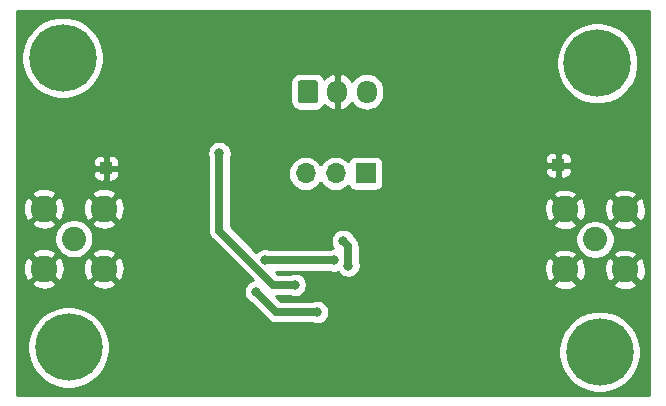
<source format=gbr>
G04 #@! TF.GenerationSoftware,KiCad,Pcbnew,(5.1.2)-2*
G04 #@! TF.CreationDate,2019-07-18T09:27:17+08:00*
G04 #@! TF.ProjectId,single_AM_eval_board,73696e67-6c65-45f4-914d-5f6576616c5f,rev?*
G04 #@! TF.SameCoordinates,Original*
G04 #@! TF.FileFunction,Copper,L2,Bot*
G04 #@! TF.FilePolarity,Positive*
%FSLAX46Y46*%
G04 Gerber Fmt 4.6, Leading zero omitted, Abs format (unit mm)*
G04 Created by KiCad (PCBNEW (5.1.2)-2) date 2019-07-18 09:27:17*
%MOMM*%
%LPD*%
G04 APERTURE LIST*
%ADD10C,5.700000*%
%ADD11R,1.000000X1.000000*%
%ADD12C,2.250000*%
%ADD13C,2.050000*%
%ADD14C,0.100000*%
%ADD15C,1.700000*%
%ADD16O,1.700000X1.950000*%
%ADD17R,1.700000X1.700000*%
%ADD18O,1.700000X1.700000*%
%ADD19C,0.800000*%
%ADD20C,0.635000*%
%ADD21C,0.254000*%
G04 APERTURE END LIST*
D10*
X145986500Y-150939500D03*
X145796000Y-126492000D03*
X101028500Y-150558500D03*
X100520500Y-126047500D03*
D11*
X142494000Y-135128000D03*
X104203500Y-135382000D03*
D12*
X98933000Y-143891000D03*
X98933000Y-138811000D03*
X104013000Y-138811000D03*
X104013000Y-143891000D03*
D13*
X101473000Y-141351000D03*
D14*
G36*
X121909504Y-127931204D02*
G01*
X121933773Y-127934804D01*
X121957571Y-127940765D01*
X121980671Y-127949030D01*
X122002849Y-127959520D01*
X122023893Y-127972133D01*
X122043598Y-127986747D01*
X122061777Y-128003223D01*
X122078253Y-128021402D01*
X122092867Y-128041107D01*
X122105480Y-128062151D01*
X122115970Y-128084329D01*
X122124235Y-128107429D01*
X122130196Y-128131227D01*
X122133796Y-128155496D01*
X122135000Y-128180000D01*
X122135000Y-129630000D01*
X122133796Y-129654504D01*
X122130196Y-129678773D01*
X122124235Y-129702571D01*
X122115970Y-129725671D01*
X122105480Y-129747849D01*
X122092867Y-129768893D01*
X122078253Y-129788598D01*
X122061777Y-129806777D01*
X122043598Y-129823253D01*
X122023893Y-129837867D01*
X122002849Y-129850480D01*
X121980671Y-129860970D01*
X121957571Y-129869235D01*
X121933773Y-129875196D01*
X121909504Y-129878796D01*
X121885000Y-129880000D01*
X120685000Y-129880000D01*
X120660496Y-129878796D01*
X120636227Y-129875196D01*
X120612429Y-129869235D01*
X120589329Y-129860970D01*
X120567151Y-129850480D01*
X120546107Y-129837867D01*
X120526402Y-129823253D01*
X120508223Y-129806777D01*
X120491747Y-129788598D01*
X120477133Y-129768893D01*
X120464520Y-129747849D01*
X120454030Y-129725671D01*
X120445765Y-129702571D01*
X120439804Y-129678773D01*
X120436204Y-129654504D01*
X120435000Y-129630000D01*
X120435000Y-128180000D01*
X120436204Y-128155496D01*
X120439804Y-128131227D01*
X120445765Y-128107429D01*
X120454030Y-128084329D01*
X120464520Y-128062151D01*
X120477133Y-128041107D01*
X120491747Y-128021402D01*
X120508223Y-128003223D01*
X120526402Y-127986747D01*
X120546107Y-127972133D01*
X120567151Y-127959520D01*
X120589329Y-127949030D01*
X120612429Y-127940765D01*
X120636227Y-127934804D01*
X120660496Y-127931204D01*
X120685000Y-127930000D01*
X121885000Y-127930000D01*
X121909504Y-127931204D01*
X121909504Y-127931204D01*
G37*
D15*
X121285000Y-128905000D03*
D16*
X123785000Y-128905000D03*
X126285000Y-128905000D03*
D13*
X145605500Y-141414500D03*
D12*
X148145500Y-143954500D03*
X148145500Y-138874500D03*
X143065500Y-138874500D03*
X143065500Y-143954500D03*
D17*
X126174500Y-135826500D03*
D18*
X123634500Y-135826500D03*
X121094500Y-135826500D03*
D19*
X123507500Y-143192500D03*
X117665500Y-143192500D03*
X106807000Y-123571000D03*
X110172500Y-123634500D03*
X114300000Y-123571000D03*
X118618000Y-123444000D03*
X122936000Y-123444000D03*
X127762000Y-123444000D03*
X118046500Y-131889500D03*
X119697500Y-131826000D03*
X121793000Y-131889500D03*
X124015500Y-131889500D03*
X126600000Y-131845000D03*
X118173500Y-133985000D03*
X119951500Y-133794500D03*
X121983500Y-133858000D03*
X124079000Y-133794500D03*
X126682500Y-133667500D03*
X129032000Y-135191500D03*
X129032000Y-136969500D03*
X128270000Y-138557000D03*
X131014500Y-137527000D03*
X131014500Y-135304500D03*
X132461000Y-135763000D03*
X132397500Y-137414000D03*
X136271000Y-131000500D03*
X139128500Y-130873500D03*
X142430500Y-130810000D03*
X135953500Y-133350000D03*
X136652000Y-135699500D03*
X136588500Y-137414000D03*
X136295750Y-139153250D03*
X140716000Y-138874500D03*
X138557000Y-140081000D03*
X137160000Y-141478000D03*
X136271000Y-143002000D03*
X106299000Y-152908000D03*
X111950500Y-152844500D03*
X117602000Y-152654000D03*
X122682000Y-152654000D03*
X129857500Y-152527000D03*
X127635000Y-146685000D03*
X129286000Y-146240500D03*
X131953000Y-145986500D03*
X135255000Y-146113500D03*
X138874500Y-146240500D03*
X140144500Y-144653000D03*
X127698500Y-148590000D03*
X124523500Y-149479000D03*
X123190000Y-149479000D03*
X106108500Y-139382500D03*
X108204000Y-139319000D03*
X108204000Y-137668000D03*
X108585000Y-136334500D03*
X108712000Y-134048500D03*
X109029500Y-129730500D03*
X109093000Y-131889500D03*
X116649500Y-137414000D03*
X117856000Y-138557000D03*
X119126000Y-139827000D03*
X120332500Y-138430000D03*
X119253000Y-137287000D03*
X117856000Y-135763000D03*
X108331000Y-143637000D03*
X108267500Y-145478500D03*
X107893500Y-148075000D03*
X106743500Y-143764000D03*
X135890000Y-152590500D03*
X141478000Y-152590500D03*
X113792000Y-134112000D03*
X120178541Y-145261041D03*
X116903500Y-145859500D03*
X122061500Y-147574000D03*
X124269500Y-141541500D03*
X124714000Y-143637000D03*
D20*
X123507500Y-143192500D02*
X117665500Y-143192500D01*
X118376139Y-145261041D02*
X120178541Y-145261041D01*
X113792000Y-134112000D02*
X113792000Y-140676902D01*
X113792000Y-140676902D02*
X118376139Y-145261041D01*
X116903500Y-145859500D02*
X118618000Y-147574000D01*
X118618000Y-147574000D02*
X122061500Y-147574000D01*
X124269500Y-141541500D02*
X124714000Y-141986000D01*
X124714000Y-141986000D02*
X124714000Y-143637000D01*
D21*
G36*
X150191000Y-154572500D02*
G01*
X96697000Y-154572500D01*
X96697000Y-150215258D01*
X97543500Y-150215258D01*
X97543500Y-150901742D01*
X97677427Y-151575037D01*
X97940133Y-152209266D01*
X98321524Y-152780058D01*
X98806942Y-153265476D01*
X99377734Y-153646867D01*
X100011963Y-153909573D01*
X100685258Y-154043500D01*
X101371742Y-154043500D01*
X102045037Y-153909573D01*
X102679266Y-153646867D01*
X103250058Y-153265476D01*
X103735476Y-152780058D01*
X104116867Y-152209266D01*
X104379573Y-151575037D01*
X104513500Y-150901742D01*
X104513500Y-150596258D01*
X142501500Y-150596258D01*
X142501500Y-151282742D01*
X142635427Y-151956037D01*
X142898133Y-152590266D01*
X143279524Y-153161058D01*
X143764942Y-153646476D01*
X144335734Y-154027867D01*
X144969963Y-154290573D01*
X145643258Y-154424500D01*
X146329742Y-154424500D01*
X147003037Y-154290573D01*
X147637266Y-154027867D01*
X148208058Y-153646476D01*
X148693476Y-153161058D01*
X149074867Y-152590266D01*
X149337573Y-151956037D01*
X149471500Y-151282742D01*
X149471500Y-150596258D01*
X149337573Y-149922963D01*
X149074867Y-149288734D01*
X148693476Y-148717942D01*
X148208058Y-148232524D01*
X147637266Y-147851133D01*
X147003037Y-147588427D01*
X146329742Y-147454500D01*
X145643258Y-147454500D01*
X144969963Y-147588427D01*
X144335734Y-147851133D01*
X143764942Y-148232524D01*
X143279524Y-148717942D01*
X142898133Y-149288734D01*
X142635427Y-149922963D01*
X142501500Y-150596258D01*
X104513500Y-150596258D01*
X104513500Y-150215258D01*
X104379573Y-149541963D01*
X104116867Y-148907734D01*
X103735476Y-148336942D01*
X103250058Y-147851524D01*
X102679266Y-147470133D01*
X102045037Y-147207427D01*
X101371742Y-147073500D01*
X100685258Y-147073500D01*
X100011963Y-147207427D01*
X99377734Y-147470133D01*
X98806942Y-147851524D01*
X98321524Y-148336942D01*
X97940133Y-148907734D01*
X97677427Y-149541963D01*
X97543500Y-150215258D01*
X96697000Y-150215258D01*
X96697000Y-145115531D01*
X97888074Y-145115531D01*
X97998921Y-145392714D01*
X98309840Y-145546089D01*
X98644705Y-145635860D01*
X98990650Y-145658576D01*
X99334380Y-145613366D01*
X99662685Y-145501966D01*
X99867079Y-145392714D01*
X99977926Y-145115531D01*
X102968074Y-145115531D01*
X103078921Y-145392714D01*
X103389840Y-145546089D01*
X103724705Y-145635860D01*
X104070650Y-145658576D01*
X104414380Y-145613366D01*
X104742685Y-145501966D01*
X104947079Y-145392714D01*
X105057926Y-145115531D01*
X104013000Y-144070605D01*
X102968074Y-145115531D01*
X99977926Y-145115531D01*
X98933000Y-144070605D01*
X97888074Y-145115531D01*
X96697000Y-145115531D01*
X96697000Y-143948650D01*
X97165424Y-143948650D01*
X97210634Y-144292380D01*
X97322034Y-144620685D01*
X97431286Y-144825079D01*
X97708469Y-144935926D01*
X98753395Y-143891000D01*
X99112605Y-143891000D01*
X100157531Y-144935926D01*
X100434714Y-144825079D01*
X100588089Y-144514160D01*
X100677860Y-144179295D01*
X100693004Y-143948650D01*
X102245424Y-143948650D01*
X102290634Y-144292380D01*
X102402034Y-144620685D01*
X102511286Y-144825079D01*
X102788469Y-144935926D01*
X103833395Y-143891000D01*
X104192605Y-143891000D01*
X105237531Y-144935926D01*
X105514714Y-144825079D01*
X105668089Y-144514160D01*
X105757860Y-144179295D01*
X105780576Y-143833350D01*
X105735366Y-143489620D01*
X105623966Y-143161315D01*
X105514714Y-142956921D01*
X105237531Y-142846074D01*
X104192605Y-143891000D01*
X103833395Y-143891000D01*
X102788469Y-142846074D01*
X102511286Y-142956921D01*
X102357911Y-143267840D01*
X102268140Y-143602705D01*
X102245424Y-143948650D01*
X100693004Y-143948650D01*
X100700576Y-143833350D01*
X100655366Y-143489620D01*
X100543966Y-143161315D01*
X100434714Y-142956921D01*
X100157531Y-142846074D01*
X99112605Y-143891000D01*
X98753395Y-143891000D01*
X97708469Y-142846074D01*
X97431286Y-142956921D01*
X97277911Y-143267840D01*
X97188140Y-143602705D01*
X97165424Y-143948650D01*
X96697000Y-143948650D01*
X96697000Y-142666469D01*
X97888074Y-142666469D01*
X98933000Y-143711395D01*
X99977926Y-142666469D01*
X99867079Y-142389286D01*
X99556160Y-142235911D01*
X99221295Y-142146140D01*
X98875350Y-142123424D01*
X98531620Y-142168634D01*
X98203315Y-142280034D01*
X97998921Y-142389286D01*
X97888074Y-142666469D01*
X96697000Y-142666469D01*
X96697000Y-141187504D01*
X99813000Y-141187504D01*
X99813000Y-141514496D01*
X99876793Y-141835204D01*
X100001927Y-142137305D01*
X100183594Y-142409188D01*
X100414812Y-142640406D01*
X100686695Y-142822073D01*
X100988796Y-142947207D01*
X101309504Y-143011000D01*
X101636496Y-143011000D01*
X101957204Y-142947207D01*
X102259305Y-142822073D01*
X102492182Y-142666469D01*
X102968074Y-142666469D01*
X104013000Y-143711395D01*
X105057926Y-142666469D01*
X104947079Y-142389286D01*
X104636160Y-142235911D01*
X104301295Y-142146140D01*
X103955350Y-142123424D01*
X103611620Y-142168634D01*
X103283315Y-142280034D01*
X103078921Y-142389286D01*
X102968074Y-142666469D01*
X102492182Y-142666469D01*
X102531188Y-142640406D01*
X102762406Y-142409188D01*
X102944073Y-142137305D01*
X103069207Y-141835204D01*
X103133000Y-141514496D01*
X103133000Y-141187504D01*
X103069207Y-140866796D01*
X102944073Y-140564695D01*
X102762406Y-140292812D01*
X102531188Y-140061594D01*
X102492183Y-140035531D01*
X102968074Y-140035531D01*
X103078921Y-140312714D01*
X103389840Y-140466089D01*
X103724705Y-140555860D01*
X104070650Y-140578576D01*
X104414380Y-140533366D01*
X104742685Y-140421966D01*
X104947079Y-140312714D01*
X105057926Y-140035531D01*
X104013000Y-138990605D01*
X102968074Y-140035531D01*
X102492183Y-140035531D01*
X102259305Y-139879927D01*
X101957204Y-139754793D01*
X101636496Y-139691000D01*
X101309504Y-139691000D01*
X100988796Y-139754793D01*
X100686695Y-139879927D01*
X100414812Y-140061594D01*
X100183594Y-140292812D01*
X100001927Y-140564695D01*
X99876793Y-140866796D01*
X99813000Y-141187504D01*
X96697000Y-141187504D01*
X96697000Y-140035531D01*
X97888074Y-140035531D01*
X97998921Y-140312714D01*
X98309840Y-140466089D01*
X98644705Y-140555860D01*
X98990650Y-140578576D01*
X99334380Y-140533366D01*
X99662685Y-140421966D01*
X99867079Y-140312714D01*
X99977926Y-140035531D01*
X98933000Y-138990605D01*
X97888074Y-140035531D01*
X96697000Y-140035531D01*
X96697000Y-138868650D01*
X97165424Y-138868650D01*
X97210634Y-139212380D01*
X97322034Y-139540685D01*
X97431286Y-139745079D01*
X97708469Y-139855926D01*
X98753395Y-138811000D01*
X99112605Y-138811000D01*
X100157531Y-139855926D01*
X100434714Y-139745079D01*
X100588089Y-139434160D01*
X100677860Y-139099295D01*
X100693004Y-138868650D01*
X102245424Y-138868650D01*
X102290634Y-139212380D01*
X102402034Y-139540685D01*
X102511286Y-139745079D01*
X102788469Y-139855926D01*
X103833395Y-138811000D01*
X104192605Y-138811000D01*
X105237531Y-139855926D01*
X105514714Y-139745079D01*
X105668089Y-139434160D01*
X105757860Y-139099295D01*
X105780576Y-138753350D01*
X105735366Y-138409620D01*
X105623966Y-138081315D01*
X105514714Y-137876921D01*
X105237531Y-137766074D01*
X104192605Y-138811000D01*
X103833395Y-138811000D01*
X102788469Y-137766074D01*
X102511286Y-137876921D01*
X102357911Y-138187840D01*
X102268140Y-138522705D01*
X102245424Y-138868650D01*
X100693004Y-138868650D01*
X100700576Y-138753350D01*
X100655366Y-138409620D01*
X100543966Y-138081315D01*
X100434714Y-137876921D01*
X100157531Y-137766074D01*
X99112605Y-138811000D01*
X98753395Y-138811000D01*
X97708469Y-137766074D01*
X97431286Y-137876921D01*
X97277911Y-138187840D01*
X97188140Y-138522705D01*
X97165424Y-138868650D01*
X96697000Y-138868650D01*
X96697000Y-137586469D01*
X97888074Y-137586469D01*
X98933000Y-138631395D01*
X99977926Y-137586469D01*
X102968074Y-137586469D01*
X104013000Y-138631395D01*
X105057926Y-137586469D01*
X104947079Y-137309286D01*
X104636160Y-137155911D01*
X104301295Y-137066140D01*
X103955350Y-137043424D01*
X103611620Y-137088634D01*
X103283315Y-137200034D01*
X103078921Y-137309286D01*
X102968074Y-137586469D01*
X99977926Y-137586469D01*
X99867079Y-137309286D01*
X99556160Y-137155911D01*
X99221295Y-137066140D01*
X98875350Y-137043424D01*
X98531620Y-137088634D01*
X98203315Y-137200034D01*
X97998921Y-137309286D01*
X97888074Y-137586469D01*
X96697000Y-137586469D01*
X96697000Y-135882000D01*
X103065428Y-135882000D01*
X103077688Y-136006482D01*
X103113998Y-136126180D01*
X103172963Y-136236494D01*
X103252315Y-136333185D01*
X103349006Y-136412537D01*
X103459320Y-136471502D01*
X103579018Y-136507812D01*
X103703500Y-136520072D01*
X103917750Y-136517000D01*
X104076500Y-136358250D01*
X104076500Y-135509000D01*
X104330500Y-135509000D01*
X104330500Y-136358250D01*
X104489250Y-136517000D01*
X104703500Y-136520072D01*
X104827982Y-136507812D01*
X104947680Y-136471502D01*
X105057994Y-136412537D01*
X105154685Y-136333185D01*
X105234037Y-136236494D01*
X105293002Y-136126180D01*
X105329312Y-136006482D01*
X105341572Y-135882000D01*
X105338500Y-135667750D01*
X105179750Y-135509000D01*
X104330500Y-135509000D01*
X104076500Y-135509000D01*
X103227250Y-135509000D01*
X103068500Y-135667750D01*
X103065428Y-135882000D01*
X96697000Y-135882000D01*
X96697000Y-134882000D01*
X103065428Y-134882000D01*
X103068500Y-135096250D01*
X103227250Y-135255000D01*
X104076500Y-135255000D01*
X104076500Y-134405750D01*
X104330500Y-134405750D01*
X104330500Y-135255000D01*
X105179750Y-135255000D01*
X105338500Y-135096250D01*
X105341572Y-134882000D01*
X105329312Y-134757518D01*
X105293002Y-134637820D01*
X105234037Y-134527506D01*
X105154685Y-134430815D01*
X105057994Y-134351463D01*
X104947680Y-134292498D01*
X104827982Y-134256188D01*
X104703500Y-134243928D01*
X104489250Y-134247000D01*
X104330500Y-134405750D01*
X104076500Y-134405750D01*
X103917750Y-134247000D01*
X103703500Y-134243928D01*
X103579018Y-134256188D01*
X103459320Y-134292498D01*
X103349006Y-134351463D01*
X103252315Y-134430815D01*
X103172963Y-134527506D01*
X103113998Y-134637820D01*
X103077688Y-134757518D01*
X103065428Y-134882000D01*
X96697000Y-134882000D01*
X96697000Y-134010061D01*
X112757000Y-134010061D01*
X112757000Y-134213939D01*
X112796774Y-134413898D01*
X112839500Y-134517047D01*
X112839501Y-140630107D01*
X112834892Y-140676902D01*
X112853283Y-140863624D01*
X112907749Y-141043171D01*
X112996194Y-141208642D01*
X113055580Y-141281004D01*
X113115223Y-141353680D01*
X113151565Y-141383505D01*
X116627235Y-144859175D01*
X116601602Y-144864274D01*
X116413244Y-144942295D01*
X116243726Y-145055563D01*
X116099563Y-145199726D01*
X115986295Y-145369244D01*
X115908274Y-145557602D01*
X115868500Y-145757561D01*
X115868500Y-145961439D01*
X115908274Y-146161398D01*
X115986295Y-146349756D01*
X116099563Y-146519274D01*
X116243726Y-146663437D01*
X116413244Y-146776705D01*
X116516393Y-146819431D01*
X117911397Y-148214436D01*
X117941222Y-148250778D01*
X118086259Y-148369806D01*
X118251731Y-148458252D01*
X118431277Y-148512717D01*
X118617999Y-148531108D01*
X118664784Y-148526500D01*
X121656453Y-148526500D01*
X121759602Y-148569226D01*
X121959561Y-148609000D01*
X122163439Y-148609000D01*
X122363398Y-148569226D01*
X122551756Y-148491205D01*
X122721274Y-148377937D01*
X122865437Y-148233774D01*
X122978705Y-148064256D01*
X123056726Y-147875898D01*
X123096500Y-147675939D01*
X123096500Y-147472061D01*
X123056726Y-147272102D01*
X122978705Y-147083744D01*
X122865437Y-146914226D01*
X122721274Y-146770063D01*
X122551756Y-146656795D01*
X122363398Y-146578774D01*
X122163439Y-146539000D01*
X121959561Y-146539000D01*
X121759602Y-146578774D01*
X121656453Y-146621500D01*
X119012539Y-146621500D01*
X118604580Y-146213541D01*
X119773494Y-146213541D01*
X119876643Y-146256267D01*
X120076602Y-146296041D01*
X120280480Y-146296041D01*
X120480439Y-146256267D01*
X120668797Y-146178246D01*
X120838315Y-146064978D01*
X120982478Y-145920815D01*
X121095746Y-145751297D01*
X121173767Y-145562939D01*
X121213541Y-145362980D01*
X121213541Y-145179031D01*
X142020574Y-145179031D01*
X142131421Y-145456214D01*
X142442340Y-145609589D01*
X142777205Y-145699360D01*
X143123150Y-145722076D01*
X143466880Y-145676866D01*
X143795185Y-145565466D01*
X143999579Y-145456214D01*
X144110426Y-145179031D01*
X147100574Y-145179031D01*
X147211421Y-145456214D01*
X147522340Y-145609589D01*
X147857205Y-145699360D01*
X148203150Y-145722076D01*
X148546880Y-145676866D01*
X148875185Y-145565466D01*
X149079579Y-145456214D01*
X149190426Y-145179031D01*
X148145500Y-144134105D01*
X147100574Y-145179031D01*
X144110426Y-145179031D01*
X143065500Y-144134105D01*
X142020574Y-145179031D01*
X121213541Y-145179031D01*
X121213541Y-145159102D01*
X121173767Y-144959143D01*
X121095746Y-144770785D01*
X120982478Y-144601267D01*
X120838315Y-144457104D01*
X120668797Y-144343836D01*
X120480439Y-144265815D01*
X120280480Y-144226041D01*
X120076602Y-144226041D01*
X119876643Y-144265815D01*
X119773494Y-144308541D01*
X118770677Y-144308541D01*
X118607136Y-144145000D01*
X123102453Y-144145000D01*
X123205602Y-144187726D01*
X123405561Y-144227500D01*
X123609439Y-144227500D01*
X123809398Y-144187726D01*
X123831173Y-144178706D01*
X123910063Y-144296774D01*
X124054226Y-144440937D01*
X124223744Y-144554205D01*
X124412102Y-144632226D01*
X124612061Y-144672000D01*
X124815939Y-144672000D01*
X125015898Y-144632226D01*
X125204256Y-144554205D01*
X125373774Y-144440937D01*
X125517937Y-144296774D01*
X125631205Y-144127256D01*
X125678883Y-144012150D01*
X141297924Y-144012150D01*
X141343134Y-144355880D01*
X141454534Y-144684185D01*
X141563786Y-144888579D01*
X141840969Y-144999426D01*
X142885895Y-143954500D01*
X143245105Y-143954500D01*
X144290031Y-144999426D01*
X144567214Y-144888579D01*
X144720589Y-144577660D01*
X144810360Y-144242795D01*
X144825504Y-144012150D01*
X146377924Y-144012150D01*
X146423134Y-144355880D01*
X146534534Y-144684185D01*
X146643786Y-144888579D01*
X146920969Y-144999426D01*
X147965895Y-143954500D01*
X148325105Y-143954500D01*
X149370031Y-144999426D01*
X149647214Y-144888579D01*
X149800589Y-144577660D01*
X149890360Y-144242795D01*
X149913076Y-143896850D01*
X149867866Y-143553120D01*
X149756466Y-143224815D01*
X149647214Y-143020421D01*
X149370031Y-142909574D01*
X148325105Y-143954500D01*
X147965895Y-143954500D01*
X146920969Y-142909574D01*
X146643786Y-143020421D01*
X146490411Y-143331340D01*
X146400640Y-143666205D01*
X146377924Y-144012150D01*
X144825504Y-144012150D01*
X144833076Y-143896850D01*
X144787866Y-143553120D01*
X144676466Y-143224815D01*
X144567214Y-143020421D01*
X144290031Y-142909574D01*
X143245105Y-143954500D01*
X142885895Y-143954500D01*
X141840969Y-142909574D01*
X141563786Y-143020421D01*
X141410411Y-143331340D01*
X141320640Y-143666205D01*
X141297924Y-144012150D01*
X125678883Y-144012150D01*
X125709226Y-143938898D01*
X125749000Y-143738939D01*
X125749000Y-143535061D01*
X125709226Y-143335102D01*
X125666500Y-143231953D01*
X125666500Y-142729969D01*
X142020574Y-142729969D01*
X143065500Y-143774895D01*
X144110426Y-142729969D01*
X143999579Y-142452786D01*
X143688660Y-142299411D01*
X143353795Y-142209640D01*
X143007850Y-142186924D01*
X142664120Y-142232134D01*
X142335815Y-142343534D01*
X142131421Y-142452786D01*
X142020574Y-142729969D01*
X125666500Y-142729969D01*
X125666500Y-142032785D01*
X125671108Y-141986000D01*
X125652717Y-141799277D01*
X125598252Y-141619731D01*
X125509806Y-141454259D01*
X125390778Y-141309222D01*
X125354431Y-141279393D01*
X125326042Y-141251004D01*
X143945500Y-141251004D01*
X143945500Y-141577996D01*
X144009293Y-141898704D01*
X144134427Y-142200805D01*
X144316094Y-142472688D01*
X144547312Y-142703906D01*
X144819195Y-142885573D01*
X145121296Y-143010707D01*
X145442004Y-143074500D01*
X145768996Y-143074500D01*
X146089704Y-143010707D01*
X146391805Y-142885573D01*
X146624682Y-142729969D01*
X147100574Y-142729969D01*
X148145500Y-143774895D01*
X149190426Y-142729969D01*
X149079579Y-142452786D01*
X148768660Y-142299411D01*
X148433795Y-142209640D01*
X148087850Y-142186924D01*
X147744120Y-142232134D01*
X147415815Y-142343534D01*
X147211421Y-142452786D01*
X147100574Y-142729969D01*
X146624682Y-142729969D01*
X146663688Y-142703906D01*
X146894906Y-142472688D01*
X147076573Y-142200805D01*
X147201707Y-141898704D01*
X147265500Y-141577996D01*
X147265500Y-141251004D01*
X147201707Y-140930296D01*
X147076573Y-140628195D01*
X146894906Y-140356312D01*
X146663688Y-140125094D01*
X146624683Y-140099031D01*
X147100574Y-140099031D01*
X147211421Y-140376214D01*
X147522340Y-140529589D01*
X147857205Y-140619360D01*
X148203150Y-140642076D01*
X148546880Y-140596866D01*
X148875185Y-140485466D01*
X149079579Y-140376214D01*
X149190426Y-140099031D01*
X148145500Y-139054105D01*
X147100574Y-140099031D01*
X146624683Y-140099031D01*
X146391805Y-139943427D01*
X146089704Y-139818293D01*
X145768996Y-139754500D01*
X145442004Y-139754500D01*
X145121296Y-139818293D01*
X144819195Y-139943427D01*
X144547312Y-140125094D01*
X144316094Y-140356312D01*
X144134427Y-140628195D01*
X144009293Y-140930296D01*
X143945500Y-141251004D01*
X125326042Y-141251004D01*
X125229431Y-141154393D01*
X125186705Y-141051244D01*
X125073437Y-140881726D01*
X124929274Y-140737563D01*
X124759756Y-140624295D01*
X124571398Y-140546274D01*
X124371439Y-140506500D01*
X124167561Y-140506500D01*
X123967602Y-140546274D01*
X123779244Y-140624295D01*
X123609726Y-140737563D01*
X123465563Y-140881726D01*
X123352295Y-141051244D01*
X123274274Y-141239602D01*
X123234500Y-141439561D01*
X123234500Y-141643439D01*
X123274274Y-141843398D01*
X123352295Y-142031756D01*
X123436314Y-142157500D01*
X123405561Y-142157500D01*
X123205602Y-142197274D01*
X123102453Y-142240000D01*
X118070547Y-142240000D01*
X117967398Y-142197274D01*
X117767439Y-142157500D01*
X117563561Y-142157500D01*
X117363602Y-142197274D01*
X117175244Y-142275295D01*
X117005726Y-142388563D01*
X116928213Y-142466077D01*
X114744500Y-140282364D01*
X114744500Y-140099031D01*
X142020574Y-140099031D01*
X142131421Y-140376214D01*
X142442340Y-140529589D01*
X142777205Y-140619360D01*
X143123150Y-140642076D01*
X143466880Y-140596866D01*
X143795185Y-140485466D01*
X143999579Y-140376214D01*
X144110426Y-140099031D01*
X143065500Y-139054105D01*
X142020574Y-140099031D01*
X114744500Y-140099031D01*
X114744500Y-138932150D01*
X141297924Y-138932150D01*
X141343134Y-139275880D01*
X141454534Y-139604185D01*
X141563786Y-139808579D01*
X141840969Y-139919426D01*
X142885895Y-138874500D01*
X143245105Y-138874500D01*
X144290031Y-139919426D01*
X144567214Y-139808579D01*
X144720589Y-139497660D01*
X144810360Y-139162795D01*
X144825504Y-138932150D01*
X146377924Y-138932150D01*
X146423134Y-139275880D01*
X146534534Y-139604185D01*
X146643786Y-139808579D01*
X146920969Y-139919426D01*
X147965895Y-138874500D01*
X148325105Y-138874500D01*
X149370031Y-139919426D01*
X149647214Y-139808579D01*
X149800589Y-139497660D01*
X149890360Y-139162795D01*
X149913076Y-138816850D01*
X149867866Y-138473120D01*
X149756466Y-138144815D01*
X149647214Y-137940421D01*
X149370031Y-137829574D01*
X148325105Y-138874500D01*
X147965895Y-138874500D01*
X146920969Y-137829574D01*
X146643786Y-137940421D01*
X146490411Y-138251340D01*
X146400640Y-138586205D01*
X146377924Y-138932150D01*
X144825504Y-138932150D01*
X144833076Y-138816850D01*
X144787866Y-138473120D01*
X144676466Y-138144815D01*
X144567214Y-137940421D01*
X144290031Y-137829574D01*
X143245105Y-138874500D01*
X142885895Y-138874500D01*
X141840969Y-137829574D01*
X141563786Y-137940421D01*
X141410411Y-138251340D01*
X141320640Y-138586205D01*
X141297924Y-138932150D01*
X114744500Y-138932150D01*
X114744500Y-137649969D01*
X142020574Y-137649969D01*
X143065500Y-138694895D01*
X144110426Y-137649969D01*
X147100574Y-137649969D01*
X148145500Y-138694895D01*
X149190426Y-137649969D01*
X149079579Y-137372786D01*
X148768660Y-137219411D01*
X148433795Y-137129640D01*
X148087850Y-137106924D01*
X147744120Y-137152134D01*
X147415815Y-137263534D01*
X147211421Y-137372786D01*
X147100574Y-137649969D01*
X144110426Y-137649969D01*
X143999579Y-137372786D01*
X143688660Y-137219411D01*
X143353795Y-137129640D01*
X143007850Y-137106924D01*
X142664120Y-137152134D01*
X142335815Y-137263534D01*
X142131421Y-137372786D01*
X142020574Y-137649969D01*
X114744500Y-137649969D01*
X114744500Y-135826500D01*
X119602315Y-135826500D01*
X119630987Y-136117611D01*
X119715901Y-136397534D01*
X119853794Y-136655514D01*
X120039366Y-136881634D01*
X120265486Y-137067206D01*
X120523466Y-137205099D01*
X120803389Y-137290013D01*
X121021550Y-137311500D01*
X121167450Y-137311500D01*
X121385611Y-137290013D01*
X121665534Y-137205099D01*
X121923514Y-137067206D01*
X122149634Y-136881634D01*
X122335206Y-136655514D01*
X122364500Y-136600709D01*
X122393794Y-136655514D01*
X122579366Y-136881634D01*
X122805486Y-137067206D01*
X123063466Y-137205099D01*
X123343389Y-137290013D01*
X123561550Y-137311500D01*
X123707450Y-137311500D01*
X123925611Y-137290013D01*
X124205534Y-137205099D01*
X124463514Y-137067206D01*
X124689634Y-136881634D01*
X124714107Y-136851813D01*
X124734998Y-136920680D01*
X124793963Y-137030994D01*
X124873315Y-137127685D01*
X124970006Y-137207037D01*
X125080320Y-137266002D01*
X125200018Y-137302312D01*
X125324500Y-137314572D01*
X127024500Y-137314572D01*
X127148982Y-137302312D01*
X127268680Y-137266002D01*
X127378994Y-137207037D01*
X127475685Y-137127685D01*
X127555037Y-137030994D01*
X127614002Y-136920680D01*
X127650312Y-136800982D01*
X127662572Y-136676500D01*
X127662572Y-135628000D01*
X141355928Y-135628000D01*
X141368188Y-135752482D01*
X141404498Y-135872180D01*
X141463463Y-135982494D01*
X141542815Y-136079185D01*
X141639506Y-136158537D01*
X141749820Y-136217502D01*
X141869518Y-136253812D01*
X141994000Y-136266072D01*
X142208250Y-136263000D01*
X142367000Y-136104250D01*
X142367000Y-135255000D01*
X142621000Y-135255000D01*
X142621000Y-136104250D01*
X142779750Y-136263000D01*
X142994000Y-136266072D01*
X143118482Y-136253812D01*
X143238180Y-136217502D01*
X143348494Y-136158537D01*
X143445185Y-136079185D01*
X143524537Y-135982494D01*
X143583502Y-135872180D01*
X143619812Y-135752482D01*
X143632072Y-135628000D01*
X143629000Y-135413750D01*
X143470250Y-135255000D01*
X142621000Y-135255000D01*
X142367000Y-135255000D01*
X141517750Y-135255000D01*
X141359000Y-135413750D01*
X141355928Y-135628000D01*
X127662572Y-135628000D01*
X127662572Y-134976500D01*
X127650312Y-134852018D01*
X127614002Y-134732320D01*
X127558241Y-134628000D01*
X141355928Y-134628000D01*
X141359000Y-134842250D01*
X141517750Y-135001000D01*
X142367000Y-135001000D01*
X142367000Y-134151750D01*
X142621000Y-134151750D01*
X142621000Y-135001000D01*
X143470250Y-135001000D01*
X143629000Y-134842250D01*
X143632072Y-134628000D01*
X143619812Y-134503518D01*
X143583502Y-134383820D01*
X143524537Y-134273506D01*
X143445185Y-134176815D01*
X143348494Y-134097463D01*
X143238180Y-134038498D01*
X143118482Y-134002188D01*
X142994000Y-133989928D01*
X142779750Y-133993000D01*
X142621000Y-134151750D01*
X142367000Y-134151750D01*
X142208250Y-133993000D01*
X141994000Y-133989928D01*
X141869518Y-134002188D01*
X141749820Y-134038498D01*
X141639506Y-134097463D01*
X141542815Y-134176815D01*
X141463463Y-134273506D01*
X141404498Y-134383820D01*
X141368188Y-134503518D01*
X141355928Y-134628000D01*
X127558241Y-134628000D01*
X127555037Y-134622006D01*
X127475685Y-134525315D01*
X127378994Y-134445963D01*
X127268680Y-134386998D01*
X127148982Y-134350688D01*
X127024500Y-134338428D01*
X125324500Y-134338428D01*
X125200018Y-134350688D01*
X125080320Y-134386998D01*
X124970006Y-134445963D01*
X124873315Y-134525315D01*
X124793963Y-134622006D01*
X124734998Y-134732320D01*
X124714107Y-134801187D01*
X124689634Y-134771366D01*
X124463514Y-134585794D01*
X124205534Y-134447901D01*
X123925611Y-134362987D01*
X123707450Y-134341500D01*
X123561550Y-134341500D01*
X123343389Y-134362987D01*
X123063466Y-134447901D01*
X122805486Y-134585794D01*
X122579366Y-134771366D01*
X122393794Y-134997486D01*
X122364500Y-135052291D01*
X122335206Y-134997486D01*
X122149634Y-134771366D01*
X121923514Y-134585794D01*
X121665534Y-134447901D01*
X121385611Y-134362987D01*
X121167450Y-134341500D01*
X121021550Y-134341500D01*
X120803389Y-134362987D01*
X120523466Y-134447901D01*
X120265486Y-134585794D01*
X120039366Y-134771366D01*
X119853794Y-134997486D01*
X119715901Y-135255466D01*
X119630987Y-135535389D01*
X119602315Y-135826500D01*
X114744500Y-135826500D01*
X114744500Y-134517047D01*
X114787226Y-134413898D01*
X114827000Y-134213939D01*
X114827000Y-134010061D01*
X114787226Y-133810102D01*
X114709205Y-133621744D01*
X114595937Y-133452226D01*
X114451774Y-133308063D01*
X114282256Y-133194795D01*
X114093898Y-133116774D01*
X113893939Y-133077000D01*
X113690061Y-133077000D01*
X113490102Y-133116774D01*
X113301744Y-133194795D01*
X113132226Y-133308063D01*
X112988063Y-133452226D01*
X112874795Y-133621744D01*
X112796774Y-133810102D01*
X112757000Y-134010061D01*
X96697000Y-134010061D01*
X96697000Y-125704258D01*
X97035500Y-125704258D01*
X97035500Y-126390742D01*
X97169427Y-127064037D01*
X97432133Y-127698266D01*
X97813524Y-128269058D01*
X98298942Y-128754476D01*
X98869734Y-129135867D01*
X99503963Y-129398573D01*
X100177258Y-129532500D01*
X100863742Y-129532500D01*
X101537037Y-129398573D01*
X102171266Y-129135867D01*
X102742058Y-128754476D01*
X103227476Y-128269058D01*
X103286982Y-128180000D01*
X119796928Y-128180000D01*
X119796928Y-129630000D01*
X119813992Y-129803254D01*
X119864528Y-129969850D01*
X119946595Y-130123386D01*
X120057038Y-130257962D01*
X120191614Y-130368405D01*
X120345150Y-130450472D01*
X120511746Y-130501008D01*
X120685000Y-130518072D01*
X121885000Y-130518072D01*
X122058254Y-130501008D01*
X122224850Y-130450472D01*
X122378386Y-130368405D01*
X122512962Y-130257962D01*
X122623405Y-130123386D01*
X122679714Y-130018039D01*
X122695951Y-130039429D01*
X122913807Y-130232496D01*
X123165142Y-130379352D01*
X123428110Y-130471476D01*
X123658000Y-130350155D01*
X123658000Y-129032000D01*
X123638000Y-129032000D01*
X123638000Y-128778000D01*
X123658000Y-128778000D01*
X123658000Y-127459845D01*
X123912000Y-127459845D01*
X123912000Y-128778000D01*
X123932000Y-128778000D01*
X123932000Y-129032000D01*
X123912000Y-129032000D01*
X123912000Y-130350155D01*
X124141890Y-130471476D01*
X124404858Y-130379352D01*
X124656193Y-130232496D01*
X124874049Y-130039429D01*
X125030538Y-129833278D01*
X125044294Y-129859014D01*
X125229866Y-130085134D01*
X125455987Y-130270706D01*
X125713967Y-130408599D01*
X125993890Y-130493513D01*
X126285000Y-130522185D01*
X126576111Y-130493513D01*
X126856034Y-130408599D01*
X127114014Y-130270706D01*
X127340134Y-130085134D01*
X127525706Y-129859014D01*
X127663599Y-129601033D01*
X127748513Y-129321110D01*
X127770000Y-129102949D01*
X127770000Y-128707050D01*
X127748513Y-128488889D01*
X127663599Y-128208966D01*
X127525706Y-127950986D01*
X127340134Y-127724866D01*
X127114013Y-127539294D01*
X126856033Y-127401401D01*
X126576110Y-127316487D01*
X126285000Y-127287815D01*
X125993889Y-127316487D01*
X125713966Y-127401401D01*
X125455986Y-127539294D01*
X125229866Y-127724866D01*
X125044294Y-127950987D01*
X125030538Y-127976722D01*
X124874049Y-127770571D01*
X124656193Y-127577504D01*
X124404858Y-127430648D01*
X124141890Y-127338524D01*
X123912000Y-127459845D01*
X123658000Y-127459845D01*
X123428110Y-127338524D01*
X123165142Y-127430648D01*
X122913807Y-127577504D01*
X122695951Y-127770571D01*
X122679714Y-127791961D01*
X122623405Y-127686614D01*
X122512962Y-127552038D01*
X122378386Y-127441595D01*
X122224850Y-127359528D01*
X122058254Y-127308992D01*
X121885000Y-127291928D01*
X120685000Y-127291928D01*
X120511746Y-127308992D01*
X120345150Y-127359528D01*
X120191614Y-127441595D01*
X120057038Y-127552038D01*
X119946595Y-127686614D01*
X119864528Y-127840150D01*
X119813992Y-128006746D01*
X119796928Y-128180000D01*
X103286982Y-128180000D01*
X103608867Y-127698266D01*
X103871573Y-127064037D01*
X104005500Y-126390742D01*
X104005500Y-126148758D01*
X142311000Y-126148758D01*
X142311000Y-126835242D01*
X142444927Y-127508537D01*
X142707633Y-128142766D01*
X143089024Y-128713558D01*
X143574442Y-129198976D01*
X144145234Y-129580367D01*
X144779463Y-129843073D01*
X145452758Y-129977000D01*
X146139242Y-129977000D01*
X146812537Y-129843073D01*
X147446766Y-129580367D01*
X148017558Y-129198976D01*
X148502976Y-128713558D01*
X148884367Y-128142766D01*
X149147073Y-127508537D01*
X149281000Y-126835242D01*
X149281000Y-126148758D01*
X149147073Y-125475463D01*
X148884367Y-124841234D01*
X148502976Y-124270442D01*
X148017558Y-123785024D01*
X147446766Y-123403633D01*
X146812537Y-123140927D01*
X146139242Y-123007000D01*
X145452758Y-123007000D01*
X144779463Y-123140927D01*
X144145234Y-123403633D01*
X143574442Y-123785024D01*
X143089024Y-124270442D01*
X142707633Y-124841234D01*
X142444927Y-125475463D01*
X142311000Y-126148758D01*
X104005500Y-126148758D01*
X104005500Y-125704258D01*
X103871573Y-125030963D01*
X103608867Y-124396734D01*
X103227476Y-123825942D01*
X102742058Y-123340524D01*
X102171266Y-122959133D01*
X101537037Y-122696427D01*
X100863742Y-122562500D01*
X100177258Y-122562500D01*
X99503963Y-122696427D01*
X98869734Y-122959133D01*
X98298942Y-123340524D01*
X97813524Y-123825942D01*
X97432133Y-124396734D01*
X97169427Y-125030963D01*
X97035500Y-125704258D01*
X96697000Y-125704258D01*
X96697000Y-122097000D01*
X150191001Y-122097000D01*
X150191000Y-154572500D01*
X150191000Y-154572500D01*
G37*
X150191000Y-154572500D02*
X96697000Y-154572500D01*
X96697000Y-150215258D01*
X97543500Y-150215258D01*
X97543500Y-150901742D01*
X97677427Y-151575037D01*
X97940133Y-152209266D01*
X98321524Y-152780058D01*
X98806942Y-153265476D01*
X99377734Y-153646867D01*
X100011963Y-153909573D01*
X100685258Y-154043500D01*
X101371742Y-154043500D01*
X102045037Y-153909573D01*
X102679266Y-153646867D01*
X103250058Y-153265476D01*
X103735476Y-152780058D01*
X104116867Y-152209266D01*
X104379573Y-151575037D01*
X104513500Y-150901742D01*
X104513500Y-150596258D01*
X142501500Y-150596258D01*
X142501500Y-151282742D01*
X142635427Y-151956037D01*
X142898133Y-152590266D01*
X143279524Y-153161058D01*
X143764942Y-153646476D01*
X144335734Y-154027867D01*
X144969963Y-154290573D01*
X145643258Y-154424500D01*
X146329742Y-154424500D01*
X147003037Y-154290573D01*
X147637266Y-154027867D01*
X148208058Y-153646476D01*
X148693476Y-153161058D01*
X149074867Y-152590266D01*
X149337573Y-151956037D01*
X149471500Y-151282742D01*
X149471500Y-150596258D01*
X149337573Y-149922963D01*
X149074867Y-149288734D01*
X148693476Y-148717942D01*
X148208058Y-148232524D01*
X147637266Y-147851133D01*
X147003037Y-147588427D01*
X146329742Y-147454500D01*
X145643258Y-147454500D01*
X144969963Y-147588427D01*
X144335734Y-147851133D01*
X143764942Y-148232524D01*
X143279524Y-148717942D01*
X142898133Y-149288734D01*
X142635427Y-149922963D01*
X142501500Y-150596258D01*
X104513500Y-150596258D01*
X104513500Y-150215258D01*
X104379573Y-149541963D01*
X104116867Y-148907734D01*
X103735476Y-148336942D01*
X103250058Y-147851524D01*
X102679266Y-147470133D01*
X102045037Y-147207427D01*
X101371742Y-147073500D01*
X100685258Y-147073500D01*
X100011963Y-147207427D01*
X99377734Y-147470133D01*
X98806942Y-147851524D01*
X98321524Y-148336942D01*
X97940133Y-148907734D01*
X97677427Y-149541963D01*
X97543500Y-150215258D01*
X96697000Y-150215258D01*
X96697000Y-145115531D01*
X97888074Y-145115531D01*
X97998921Y-145392714D01*
X98309840Y-145546089D01*
X98644705Y-145635860D01*
X98990650Y-145658576D01*
X99334380Y-145613366D01*
X99662685Y-145501966D01*
X99867079Y-145392714D01*
X99977926Y-145115531D01*
X102968074Y-145115531D01*
X103078921Y-145392714D01*
X103389840Y-145546089D01*
X103724705Y-145635860D01*
X104070650Y-145658576D01*
X104414380Y-145613366D01*
X104742685Y-145501966D01*
X104947079Y-145392714D01*
X105057926Y-145115531D01*
X104013000Y-144070605D01*
X102968074Y-145115531D01*
X99977926Y-145115531D01*
X98933000Y-144070605D01*
X97888074Y-145115531D01*
X96697000Y-145115531D01*
X96697000Y-143948650D01*
X97165424Y-143948650D01*
X97210634Y-144292380D01*
X97322034Y-144620685D01*
X97431286Y-144825079D01*
X97708469Y-144935926D01*
X98753395Y-143891000D01*
X99112605Y-143891000D01*
X100157531Y-144935926D01*
X100434714Y-144825079D01*
X100588089Y-144514160D01*
X100677860Y-144179295D01*
X100693004Y-143948650D01*
X102245424Y-143948650D01*
X102290634Y-144292380D01*
X102402034Y-144620685D01*
X102511286Y-144825079D01*
X102788469Y-144935926D01*
X103833395Y-143891000D01*
X104192605Y-143891000D01*
X105237531Y-144935926D01*
X105514714Y-144825079D01*
X105668089Y-144514160D01*
X105757860Y-144179295D01*
X105780576Y-143833350D01*
X105735366Y-143489620D01*
X105623966Y-143161315D01*
X105514714Y-142956921D01*
X105237531Y-142846074D01*
X104192605Y-143891000D01*
X103833395Y-143891000D01*
X102788469Y-142846074D01*
X102511286Y-142956921D01*
X102357911Y-143267840D01*
X102268140Y-143602705D01*
X102245424Y-143948650D01*
X100693004Y-143948650D01*
X100700576Y-143833350D01*
X100655366Y-143489620D01*
X100543966Y-143161315D01*
X100434714Y-142956921D01*
X100157531Y-142846074D01*
X99112605Y-143891000D01*
X98753395Y-143891000D01*
X97708469Y-142846074D01*
X97431286Y-142956921D01*
X97277911Y-143267840D01*
X97188140Y-143602705D01*
X97165424Y-143948650D01*
X96697000Y-143948650D01*
X96697000Y-142666469D01*
X97888074Y-142666469D01*
X98933000Y-143711395D01*
X99977926Y-142666469D01*
X99867079Y-142389286D01*
X99556160Y-142235911D01*
X99221295Y-142146140D01*
X98875350Y-142123424D01*
X98531620Y-142168634D01*
X98203315Y-142280034D01*
X97998921Y-142389286D01*
X97888074Y-142666469D01*
X96697000Y-142666469D01*
X96697000Y-141187504D01*
X99813000Y-141187504D01*
X99813000Y-141514496D01*
X99876793Y-141835204D01*
X100001927Y-142137305D01*
X100183594Y-142409188D01*
X100414812Y-142640406D01*
X100686695Y-142822073D01*
X100988796Y-142947207D01*
X101309504Y-143011000D01*
X101636496Y-143011000D01*
X101957204Y-142947207D01*
X102259305Y-142822073D01*
X102492182Y-142666469D01*
X102968074Y-142666469D01*
X104013000Y-143711395D01*
X105057926Y-142666469D01*
X104947079Y-142389286D01*
X104636160Y-142235911D01*
X104301295Y-142146140D01*
X103955350Y-142123424D01*
X103611620Y-142168634D01*
X103283315Y-142280034D01*
X103078921Y-142389286D01*
X102968074Y-142666469D01*
X102492182Y-142666469D01*
X102531188Y-142640406D01*
X102762406Y-142409188D01*
X102944073Y-142137305D01*
X103069207Y-141835204D01*
X103133000Y-141514496D01*
X103133000Y-141187504D01*
X103069207Y-140866796D01*
X102944073Y-140564695D01*
X102762406Y-140292812D01*
X102531188Y-140061594D01*
X102492183Y-140035531D01*
X102968074Y-140035531D01*
X103078921Y-140312714D01*
X103389840Y-140466089D01*
X103724705Y-140555860D01*
X104070650Y-140578576D01*
X104414380Y-140533366D01*
X104742685Y-140421966D01*
X104947079Y-140312714D01*
X105057926Y-140035531D01*
X104013000Y-138990605D01*
X102968074Y-140035531D01*
X102492183Y-140035531D01*
X102259305Y-139879927D01*
X101957204Y-139754793D01*
X101636496Y-139691000D01*
X101309504Y-139691000D01*
X100988796Y-139754793D01*
X100686695Y-139879927D01*
X100414812Y-140061594D01*
X100183594Y-140292812D01*
X100001927Y-140564695D01*
X99876793Y-140866796D01*
X99813000Y-141187504D01*
X96697000Y-141187504D01*
X96697000Y-140035531D01*
X97888074Y-140035531D01*
X97998921Y-140312714D01*
X98309840Y-140466089D01*
X98644705Y-140555860D01*
X98990650Y-140578576D01*
X99334380Y-140533366D01*
X99662685Y-140421966D01*
X99867079Y-140312714D01*
X99977926Y-140035531D01*
X98933000Y-138990605D01*
X97888074Y-140035531D01*
X96697000Y-140035531D01*
X96697000Y-138868650D01*
X97165424Y-138868650D01*
X97210634Y-139212380D01*
X97322034Y-139540685D01*
X97431286Y-139745079D01*
X97708469Y-139855926D01*
X98753395Y-138811000D01*
X99112605Y-138811000D01*
X100157531Y-139855926D01*
X100434714Y-139745079D01*
X100588089Y-139434160D01*
X100677860Y-139099295D01*
X100693004Y-138868650D01*
X102245424Y-138868650D01*
X102290634Y-139212380D01*
X102402034Y-139540685D01*
X102511286Y-139745079D01*
X102788469Y-139855926D01*
X103833395Y-138811000D01*
X104192605Y-138811000D01*
X105237531Y-139855926D01*
X105514714Y-139745079D01*
X105668089Y-139434160D01*
X105757860Y-139099295D01*
X105780576Y-138753350D01*
X105735366Y-138409620D01*
X105623966Y-138081315D01*
X105514714Y-137876921D01*
X105237531Y-137766074D01*
X104192605Y-138811000D01*
X103833395Y-138811000D01*
X102788469Y-137766074D01*
X102511286Y-137876921D01*
X102357911Y-138187840D01*
X102268140Y-138522705D01*
X102245424Y-138868650D01*
X100693004Y-138868650D01*
X100700576Y-138753350D01*
X100655366Y-138409620D01*
X100543966Y-138081315D01*
X100434714Y-137876921D01*
X100157531Y-137766074D01*
X99112605Y-138811000D01*
X98753395Y-138811000D01*
X97708469Y-137766074D01*
X97431286Y-137876921D01*
X97277911Y-138187840D01*
X97188140Y-138522705D01*
X97165424Y-138868650D01*
X96697000Y-138868650D01*
X96697000Y-137586469D01*
X97888074Y-137586469D01*
X98933000Y-138631395D01*
X99977926Y-137586469D01*
X102968074Y-137586469D01*
X104013000Y-138631395D01*
X105057926Y-137586469D01*
X104947079Y-137309286D01*
X104636160Y-137155911D01*
X104301295Y-137066140D01*
X103955350Y-137043424D01*
X103611620Y-137088634D01*
X103283315Y-137200034D01*
X103078921Y-137309286D01*
X102968074Y-137586469D01*
X99977926Y-137586469D01*
X99867079Y-137309286D01*
X99556160Y-137155911D01*
X99221295Y-137066140D01*
X98875350Y-137043424D01*
X98531620Y-137088634D01*
X98203315Y-137200034D01*
X97998921Y-137309286D01*
X97888074Y-137586469D01*
X96697000Y-137586469D01*
X96697000Y-135882000D01*
X103065428Y-135882000D01*
X103077688Y-136006482D01*
X103113998Y-136126180D01*
X103172963Y-136236494D01*
X103252315Y-136333185D01*
X103349006Y-136412537D01*
X103459320Y-136471502D01*
X103579018Y-136507812D01*
X103703500Y-136520072D01*
X103917750Y-136517000D01*
X104076500Y-136358250D01*
X104076500Y-135509000D01*
X104330500Y-135509000D01*
X104330500Y-136358250D01*
X104489250Y-136517000D01*
X104703500Y-136520072D01*
X104827982Y-136507812D01*
X104947680Y-136471502D01*
X105057994Y-136412537D01*
X105154685Y-136333185D01*
X105234037Y-136236494D01*
X105293002Y-136126180D01*
X105329312Y-136006482D01*
X105341572Y-135882000D01*
X105338500Y-135667750D01*
X105179750Y-135509000D01*
X104330500Y-135509000D01*
X104076500Y-135509000D01*
X103227250Y-135509000D01*
X103068500Y-135667750D01*
X103065428Y-135882000D01*
X96697000Y-135882000D01*
X96697000Y-134882000D01*
X103065428Y-134882000D01*
X103068500Y-135096250D01*
X103227250Y-135255000D01*
X104076500Y-135255000D01*
X104076500Y-134405750D01*
X104330500Y-134405750D01*
X104330500Y-135255000D01*
X105179750Y-135255000D01*
X105338500Y-135096250D01*
X105341572Y-134882000D01*
X105329312Y-134757518D01*
X105293002Y-134637820D01*
X105234037Y-134527506D01*
X105154685Y-134430815D01*
X105057994Y-134351463D01*
X104947680Y-134292498D01*
X104827982Y-134256188D01*
X104703500Y-134243928D01*
X104489250Y-134247000D01*
X104330500Y-134405750D01*
X104076500Y-134405750D01*
X103917750Y-134247000D01*
X103703500Y-134243928D01*
X103579018Y-134256188D01*
X103459320Y-134292498D01*
X103349006Y-134351463D01*
X103252315Y-134430815D01*
X103172963Y-134527506D01*
X103113998Y-134637820D01*
X103077688Y-134757518D01*
X103065428Y-134882000D01*
X96697000Y-134882000D01*
X96697000Y-134010061D01*
X112757000Y-134010061D01*
X112757000Y-134213939D01*
X112796774Y-134413898D01*
X112839500Y-134517047D01*
X112839501Y-140630107D01*
X112834892Y-140676902D01*
X112853283Y-140863624D01*
X112907749Y-141043171D01*
X112996194Y-141208642D01*
X113055580Y-141281004D01*
X113115223Y-141353680D01*
X113151565Y-141383505D01*
X116627235Y-144859175D01*
X116601602Y-144864274D01*
X116413244Y-144942295D01*
X116243726Y-145055563D01*
X116099563Y-145199726D01*
X115986295Y-145369244D01*
X115908274Y-145557602D01*
X115868500Y-145757561D01*
X115868500Y-145961439D01*
X115908274Y-146161398D01*
X115986295Y-146349756D01*
X116099563Y-146519274D01*
X116243726Y-146663437D01*
X116413244Y-146776705D01*
X116516393Y-146819431D01*
X117911397Y-148214436D01*
X117941222Y-148250778D01*
X118086259Y-148369806D01*
X118251731Y-148458252D01*
X118431277Y-148512717D01*
X118617999Y-148531108D01*
X118664784Y-148526500D01*
X121656453Y-148526500D01*
X121759602Y-148569226D01*
X121959561Y-148609000D01*
X122163439Y-148609000D01*
X122363398Y-148569226D01*
X122551756Y-148491205D01*
X122721274Y-148377937D01*
X122865437Y-148233774D01*
X122978705Y-148064256D01*
X123056726Y-147875898D01*
X123096500Y-147675939D01*
X123096500Y-147472061D01*
X123056726Y-147272102D01*
X122978705Y-147083744D01*
X122865437Y-146914226D01*
X122721274Y-146770063D01*
X122551756Y-146656795D01*
X122363398Y-146578774D01*
X122163439Y-146539000D01*
X121959561Y-146539000D01*
X121759602Y-146578774D01*
X121656453Y-146621500D01*
X119012539Y-146621500D01*
X118604580Y-146213541D01*
X119773494Y-146213541D01*
X119876643Y-146256267D01*
X120076602Y-146296041D01*
X120280480Y-146296041D01*
X120480439Y-146256267D01*
X120668797Y-146178246D01*
X120838315Y-146064978D01*
X120982478Y-145920815D01*
X121095746Y-145751297D01*
X121173767Y-145562939D01*
X121213541Y-145362980D01*
X121213541Y-145179031D01*
X142020574Y-145179031D01*
X142131421Y-145456214D01*
X142442340Y-145609589D01*
X142777205Y-145699360D01*
X143123150Y-145722076D01*
X143466880Y-145676866D01*
X143795185Y-145565466D01*
X143999579Y-145456214D01*
X144110426Y-145179031D01*
X147100574Y-145179031D01*
X147211421Y-145456214D01*
X147522340Y-145609589D01*
X147857205Y-145699360D01*
X148203150Y-145722076D01*
X148546880Y-145676866D01*
X148875185Y-145565466D01*
X149079579Y-145456214D01*
X149190426Y-145179031D01*
X148145500Y-144134105D01*
X147100574Y-145179031D01*
X144110426Y-145179031D01*
X143065500Y-144134105D01*
X142020574Y-145179031D01*
X121213541Y-145179031D01*
X121213541Y-145159102D01*
X121173767Y-144959143D01*
X121095746Y-144770785D01*
X120982478Y-144601267D01*
X120838315Y-144457104D01*
X120668797Y-144343836D01*
X120480439Y-144265815D01*
X120280480Y-144226041D01*
X120076602Y-144226041D01*
X119876643Y-144265815D01*
X119773494Y-144308541D01*
X118770677Y-144308541D01*
X118607136Y-144145000D01*
X123102453Y-144145000D01*
X123205602Y-144187726D01*
X123405561Y-144227500D01*
X123609439Y-144227500D01*
X123809398Y-144187726D01*
X123831173Y-144178706D01*
X123910063Y-144296774D01*
X124054226Y-144440937D01*
X124223744Y-144554205D01*
X124412102Y-144632226D01*
X124612061Y-144672000D01*
X124815939Y-144672000D01*
X125015898Y-144632226D01*
X125204256Y-144554205D01*
X125373774Y-144440937D01*
X125517937Y-144296774D01*
X125631205Y-144127256D01*
X125678883Y-144012150D01*
X141297924Y-144012150D01*
X141343134Y-144355880D01*
X141454534Y-144684185D01*
X141563786Y-144888579D01*
X141840969Y-144999426D01*
X142885895Y-143954500D01*
X143245105Y-143954500D01*
X144290031Y-144999426D01*
X144567214Y-144888579D01*
X144720589Y-144577660D01*
X144810360Y-144242795D01*
X144825504Y-144012150D01*
X146377924Y-144012150D01*
X146423134Y-144355880D01*
X146534534Y-144684185D01*
X146643786Y-144888579D01*
X146920969Y-144999426D01*
X147965895Y-143954500D01*
X148325105Y-143954500D01*
X149370031Y-144999426D01*
X149647214Y-144888579D01*
X149800589Y-144577660D01*
X149890360Y-144242795D01*
X149913076Y-143896850D01*
X149867866Y-143553120D01*
X149756466Y-143224815D01*
X149647214Y-143020421D01*
X149370031Y-142909574D01*
X148325105Y-143954500D01*
X147965895Y-143954500D01*
X146920969Y-142909574D01*
X146643786Y-143020421D01*
X146490411Y-143331340D01*
X146400640Y-143666205D01*
X146377924Y-144012150D01*
X144825504Y-144012150D01*
X144833076Y-143896850D01*
X144787866Y-143553120D01*
X144676466Y-143224815D01*
X144567214Y-143020421D01*
X144290031Y-142909574D01*
X143245105Y-143954500D01*
X142885895Y-143954500D01*
X141840969Y-142909574D01*
X141563786Y-143020421D01*
X141410411Y-143331340D01*
X141320640Y-143666205D01*
X141297924Y-144012150D01*
X125678883Y-144012150D01*
X125709226Y-143938898D01*
X125749000Y-143738939D01*
X125749000Y-143535061D01*
X125709226Y-143335102D01*
X125666500Y-143231953D01*
X125666500Y-142729969D01*
X142020574Y-142729969D01*
X143065500Y-143774895D01*
X144110426Y-142729969D01*
X143999579Y-142452786D01*
X143688660Y-142299411D01*
X143353795Y-142209640D01*
X143007850Y-142186924D01*
X142664120Y-142232134D01*
X142335815Y-142343534D01*
X142131421Y-142452786D01*
X142020574Y-142729969D01*
X125666500Y-142729969D01*
X125666500Y-142032785D01*
X125671108Y-141986000D01*
X125652717Y-141799277D01*
X125598252Y-141619731D01*
X125509806Y-141454259D01*
X125390778Y-141309222D01*
X125354431Y-141279393D01*
X125326042Y-141251004D01*
X143945500Y-141251004D01*
X143945500Y-141577996D01*
X144009293Y-141898704D01*
X144134427Y-142200805D01*
X144316094Y-142472688D01*
X144547312Y-142703906D01*
X144819195Y-142885573D01*
X145121296Y-143010707D01*
X145442004Y-143074500D01*
X145768996Y-143074500D01*
X146089704Y-143010707D01*
X146391805Y-142885573D01*
X146624682Y-142729969D01*
X147100574Y-142729969D01*
X148145500Y-143774895D01*
X149190426Y-142729969D01*
X149079579Y-142452786D01*
X148768660Y-142299411D01*
X148433795Y-142209640D01*
X148087850Y-142186924D01*
X147744120Y-142232134D01*
X147415815Y-142343534D01*
X147211421Y-142452786D01*
X147100574Y-142729969D01*
X146624682Y-142729969D01*
X146663688Y-142703906D01*
X146894906Y-142472688D01*
X147076573Y-142200805D01*
X147201707Y-141898704D01*
X147265500Y-141577996D01*
X147265500Y-141251004D01*
X147201707Y-140930296D01*
X147076573Y-140628195D01*
X146894906Y-140356312D01*
X146663688Y-140125094D01*
X146624683Y-140099031D01*
X147100574Y-140099031D01*
X147211421Y-140376214D01*
X147522340Y-140529589D01*
X147857205Y-140619360D01*
X148203150Y-140642076D01*
X148546880Y-140596866D01*
X148875185Y-140485466D01*
X149079579Y-140376214D01*
X149190426Y-140099031D01*
X148145500Y-139054105D01*
X147100574Y-140099031D01*
X146624683Y-140099031D01*
X146391805Y-139943427D01*
X146089704Y-139818293D01*
X145768996Y-139754500D01*
X145442004Y-139754500D01*
X145121296Y-139818293D01*
X144819195Y-139943427D01*
X144547312Y-140125094D01*
X144316094Y-140356312D01*
X144134427Y-140628195D01*
X144009293Y-140930296D01*
X143945500Y-141251004D01*
X125326042Y-141251004D01*
X125229431Y-141154393D01*
X125186705Y-141051244D01*
X125073437Y-140881726D01*
X124929274Y-140737563D01*
X124759756Y-140624295D01*
X124571398Y-140546274D01*
X124371439Y-140506500D01*
X124167561Y-140506500D01*
X123967602Y-140546274D01*
X123779244Y-140624295D01*
X123609726Y-140737563D01*
X123465563Y-140881726D01*
X123352295Y-141051244D01*
X123274274Y-141239602D01*
X123234500Y-141439561D01*
X123234500Y-141643439D01*
X123274274Y-141843398D01*
X123352295Y-142031756D01*
X123436314Y-142157500D01*
X123405561Y-142157500D01*
X123205602Y-142197274D01*
X123102453Y-142240000D01*
X118070547Y-142240000D01*
X117967398Y-142197274D01*
X117767439Y-142157500D01*
X117563561Y-142157500D01*
X117363602Y-142197274D01*
X117175244Y-142275295D01*
X117005726Y-142388563D01*
X116928213Y-142466077D01*
X114744500Y-140282364D01*
X114744500Y-140099031D01*
X142020574Y-140099031D01*
X142131421Y-140376214D01*
X142442340Y-140529589D01*
X142777205Y-140619360D01*
X143123150Y-140642076D01*
X143466880Y-140596866D01*
X143795185Y-140485466D01*
X143999579Y-140376214D01*
X144110426Y-140099031D01*
X143065500Y-139054105D01*
X142020574Y-140099031D01*
X114744500Y-140099031D01*
X114744500Y-138932150D01*
X141297924Y-138932150D01*
X141343134Y-139275880D01*
X141454534Y-139604185D01*
X141563786Y-139808579D01*
X141840969Y-139919426D01*
X142885895Y-138874500D01*
X143245105Y-138874500D01*
X144290031Y-139919426D01*
X144567214Y-139808579D01*
X144720589Y-139497660D01*
X144810360Y-139162795D01*
X144825504Y-138932150D01*
X146377924Y-138932150D01*
X146423134Y-139275880D01*
X146534534Y-139604185D01*
X146643786Y-139808579D01*
X146920969Y-139919426D01*
X147965895Y-138874500D01*
X148325105Y-138874500D01*
X149370031Y-139919426D01*
X149647214Y-139808579D01*
X149800589Y-139497660D01*
X149890360Y-139162795D01*
X149913076Y-138816850D01*
X149867866Y-138473120D01*
X149756466Y-138144815D01*
X149647214Y-137940421D01*
X149370031Y-137829574D01*
X148325105Y-138874500D01*
X147965895Y-138874500D01*
X146920969Y-137829574D01*
X146643786Y-137940421D01*
X146490411Y-138251340D01*
X146400640Y-138586205D01*
X146377924Y-138932150D01*
X144825504Y-138932150D01*
X144833076Y-138816850D01*
X144787866Y-138473120D01*
X144676466Y-138144815D01*
X144567214Y-137940421D01*
X144290031Y-137829574D01*
X143245105Y-138874500D01*
X142885895Y-138874500D01*
X141840969Y-137829574D01*
X141563786Y-137940421D01*
X141410411Y-138251340D01*
X141320640Y-138586205D01*
X141297924Y-138932150D01*
X114744500Y-138932150D01*
X114744500Y-137649969D01*
X142020574Y-137649969D01*
X143065500Y-138694895D01*
X144110426Y-137649969D01*
X147100574Y-137649969D01*
X148145500Y-138694895D01*
X149190426Y-137649969D01*
X149079579Y-137372786D01*
X148768660Y-137219411D01*
X148433795Y-137129640D01*
X148087850Y-137106924D01*
X147744120Y-137152134D01*
X147415815Y-137263534D01*
X147211421Y-137372786D01*
X147100574Y-137649969D01*
X144110426Y-137649969D01*
X143999579Y-137372786D01*
X143688660Y-137219411D01*
X143353795Y-137129640D01*
X143007850Y-137106924D01*
X142664120Y-137152134D01*
X142335815Y-137263534D01*
X142131421Y-137372786D01*
X142020574Y-137649969D01*
X114744500Y-137649969D01*
X114744500Y-135826500D01*
X119602315Y-135826500D01*
X119630987Y-136117611D01*
X119715901Y-136397534D01*
X119853794Y-136655514D01*
X120039366Y-136881634D01*
X120265486Y-137067206D01*
X120523466Y-137205099D01*
X120803389Y-137290013D01*
X121021550Y-137311500D01*
X121167450Y-137311500D01*
X121385611Y-137290013D01*
X121665534Y-137205099D01*
X121923514Y-137067206D01*
X122149634Y-136881634D01*
X122335206Y-136655514D01*
X122364500Y-136600709D01*
X122393794Y-136655514D01*
X122579366Y-136881634D01*
X122805486Y-137067206D01*
X123063466Y-137205099D01*
X123343389Y-137290013D01*
X123561550Y-137311500D01*
X123707450Y-137311500D01*
X123925611Y-137290013D01*
X124205534Y-137205099D01*
X124463514Y-137067206D01*
X124689634Y-136881634D01*
X124714107Y-136851813D01*
X124734998Y-136920680D01*
X124793963Y-137030994D01*
X124873315Y-137127685D01*
X124970006Y-137207037D01*
X125080320Y-137266002D01*
X125200018Y-137302312D01*
X125324500Y-137314572D01*
X127024500Y-137314572D01*
X127148982Y-137302312D01*
X127268680Y-137266002D01*
X127378994Y-137207037D01*
X127475685Y-137127685D01*
X127555037Y-137030994D01*
X127614002Y-136920680D01*
X127650312Y-136800982D01*
X127662572Y-136676500D01*
X127662572Y-135628000D01*
X141355928Y-135628000D01*
X141368188Y-135752482D01*
X141404498Y-135872180D01*
X141463463Y-135982494D01*
X141542815Y-136079185D01*
X141639506Y-136158537D01*
X141749820Y-136217502D01*
X141869518Y-136253812D01*
X141994000Y-136266072D01*
X142208250Y-136263000D01*
X142367000Y-136104250D01*
X142367000Y-135255000D01*
X142621000Y-135255000D01*
X142621000Y-136104250D01*
X142779750Y-136263000D01*
X142994000Y-136266072D01*
X143118482Y-136253812D01*
X143238180Y-136217502D01*
X143348494Y-136158537D01*
X143445185Y-136079185D01*
X143524537Y-135982494D01*
X143583502Y-135872180D01*
X143619812Y-135752482D01*
X143632072Y-135628000D01*
X143629000Y-135413750D01*
X143470250Y-135255000D01*
X142621000Y-135255000D01*
X142367000Y-135255000D01*
X141517750Y-135255000D01*
X141359000Y-135413750D01*
X141355928Y-135628000D01*
X127662572Y-135628000D01*
X127662572Y-134976500D01*
X127650312Y-134852018D01*
X127614002Y-134732320D01*
X127558241Y-134628000D01*
X141355928Y-134628000D01*
X141359000Y-134842250D01*
X141517750Y-135001000D01*
X142367000Y-135001000D01*
X142367000Y-134151750D01*
X142621000Y-134151750D01*
X142621000Y-135001000D01*
X143470250Y-135001000D01*
X143629000Y-134842250D01*
X143632072Y-134628000D01*
X143619812Y-134503518D01*
X143583502Y-134383820D01*
X143524537Y-134273506D01*
X143445185Y-134176815D01*
X143348494Y-134097463D01*
X143238180Y-134038498D01*
X143118482Y-134002188D01*
X142994000Y-133989928D01*
X142779750Y-133993000D01*
X142621000Y-134151750D01*
X142367000Y-134151750D01*
X142208250Y-133993000D01*
X141994000Y-133989928D01*
X141869518Y-134002188D01*
X141749820Y-134038498D01*
X141639506Y-134097463D01*
X141542815Y-134176815D01*
X141463463Y-134273506D01*
X141404498Y-134383820D01*
X141368188Y-134503518D01*
X141355928Y-134628000D01*
X127558241Y-134628000D01*
X127555037Y-134622006D01*
X127475685Y-134525315D01*
X127378994Y-134445963D01*
X127268680Y-134386998D01*
X127148982Y-134350688D01*
X127024500Y-134338428D01*
X125324500Y-134338428D01*
X125200018Y-134350688D01*
X125080320Y-134386998D01*
X124970006Y-134445963D01*
X124873315Y-134525315D01*
X124793963Y-134622006D01*
X124734998Y-134732320D01*
X124714107Y-134801187D01*
X124689634Y-134771366D01*
X124463514Y-134585794D01*
X124205534Y-134447901D01*
X123925611Y-134362987D01*
X123707450Y-134341500D01*
X123561550Y-134341500D01*
X123343389Y-134362987D01*
X123063466Y-134447901D01*
X122805486Y-134585794D01*
X122579366Y-134771366D01*
X122393794Y-134997486D01*
X122364500Y-135052291D01*
X122335206Y-134997486D01*
X122149634Y-134771366D01*
X121923514Y-134585794D01*
X121665534Y-134447901D01*
X121385611Y-134362987D01*
X121167450Y-134341500D01*
X121021550Y-134341500D01*
X120803389Y-134362987D01*
X120523466Y-134447901D01*
X120265486Y-134585794D01*
X120039366Y-134771366D01*
X119853794Y-134997486D01*
X119715901Y-135255466D01*
X119630987Y-135535389D01*
X119602315Y-135826500D01*
X114744500Y-135826500D01*
X114744500Y-134517047D01*
X114787226Y-134413898D01*
X114827000Y-134213939D01*
X114827000Y-134010061D01*
X114787226Y-133810102D01*
X114709205Y-133621744D01*
X114595937Y-133452226D01*
X114451774Y-133308063D01*
X114282256Y-133194795D01*
X114093898Y-133116774D01*
X113893939Y-133077000D01*
X113690061Y-133077000D01*
X113490102Y-133116774D01*
X113301744Y-133194795D01*
X113132226Y-133308063D01*
X112988063Y-133452226D01*
X112874795Y-133621744D01*
X112796774Y-133810102D01*
X112757000Y-134010061D01*
X96697000Y-134010061D01*
X96697000Y-125704258D01*
X97035500Y-125704258D01*
X97035500Y-126390742D01*
X97169427Y-127064037D01*
X97432133Y-127698266D01*
X97813524Y-128269058D01*
X98298942Y-128754476D01*
X98869734Y-129135867D01*
X99503963Y-129398573D01*
X100177258Y-129532500D01*
X100863742Y-129532500D01*
X101537037Y-129398573D01*
X102171266Y-129135867D01*
X102742058Y-128754476D01*
X103227476Y-128269058D01*
X103286982Y-128180000D01*
X119796928Y-128180000D01*
X119796928Y-129630000D01*
X119813992Y-129803254D01*
X119864528Y-129969850D01*
X119946595Y-130123386D01*
X120057038Y-130257962D01*
X120191614Y-130368405D01*
X120345150Y-130450472D01*
X120511746Y-130501008D01*
X120685000Y-130518072D01*
X121885000Y-130518072D01*
X122058254Y-130501008D01*
X122224850Y-130450472D01*
X122378386Y-130368405D01*
X122512962Y-130257962D01*
X122623405Y-130123386D01*
X122679714Y-130018039D01*
X122695951Y-130039429D01*
X122913807Y-130232496D01*
X123165142Y-130379352D01*
X123428110Y-130471476D01*
X123658000Y-130350155D01*
X123658000Y-129032000D01*
X123638000Y-129032000D01*
X123638000Y-128778000D01*
X123658000Y-128778000D01*
X123658000Y-127459845D01*
X123912000Y-127459845D01*
X123912000Y-128778000D01*
X123932000Y-128778000D01*
X123932000Y-129032000D01*
X123912000Y-129032000D01*
X123912000Y-130350155D01*
X124141890Y-130471476D01*
X124404858Y-130379352D01*
X124656193Y-130232496D01*
X124874049Y-130039429D01*
X125030538Y-129833278D01*
X125044294Y-129859014D01*
X125229866Y-130085134D01*
X125455987Y-130270706D01*
X125713967Y-130408599D01*
X125993890Y-130493513D01*
X126285000Y-130522185D01*
X126576111Y-130493513D01*
X126856034Y-130408599D01*
X127114014Y-130270706D01*
X127340134Y-130085134D01*
X127525706Y-129859014D01*
X127663599Y-129601033D01*
X127748513Y-129321110D01*
X127770000Y-129102949D01*
X127770000Y-128707050D01*
X127748513Y-128488889D01*
X127663599Y-128208966D01*
X127525706Y-127950986D01*
X127340134Y-127724866D01*
X127114013Y-127539294D01*
X126856033Y-127401401D01*
X126576110Y-127316487D01*
X126285000Y-127287815D01*
X125993889Y-127316487D01*
X125713966Y-127401401D01*
X125455986Y-127539294D01*
X125229866Y-127724866D01*
X125044294Y-127950987D01*
X125030538Y-127976722D01*
X124874049Y-127770571D01*
X124656193Y-127577504D01*
X124404858Y-127430648D01*
X124141890Y-127338524D01*
X123912000Y-127459845D01*
X123658000Y-127459845D01*
X123428110Y-127338524D01*
X123165142Y-127430648D01*
X122913807Y-127577504D01*
X122695951Y-127770571D01*
X122679714Y-127791961D01*
X122623405Y-127686614D01*
X122512962Y-127552038D01*
X122378386Y-127441595D01*
X122224850Y-127359528D01*
X122058254Y-127308992D01*
X121885000Y-127291928D01*
X120685000Y-127291928D01*
X120511746Y-127308992D01*
X120345150Y-127359528D01*
X120191614Y-127441595D01*
X120057038Y-127552038D01*
X119946595Y-127686614D01*
X119864528Y-127840150D01*
X119813992Y-128006746D01*
X119796928Y-128180000D01*
X103286982Y-128180000D01*
X103608867Y-127698266D01*
X103871573Y-127064037D01*
X104005500Y-126390742D01*
X104005500Y-126148758D01*
X142311000Y-126148758D01*
X142311000Y-126835242D01*
X142444927Y-127508537D01*
X142707633Y-128142766D01*
X143089024Y-128713558D01*
X143574442Y-129198976D01*
X144145234Y-129580367D01*
X144779463Y-129843073D01*
X145452758Y-129977000D01*
X146139242Y-129977000D01*
X146812537Y-129843073D01*
X147446766Y-129580367D01*
X148017558Y-129198976D01*
X148502976Y-128713558D01*
X148884367Y-128142766D01*
X149147073Y-127508537D01*
X149281000Y-126835242D01*
X149281000Y-126148758D01*
X149147073Y-125475463D01*
X148884367Y-124841234D01*
X148502976Y-124270442D01*
X148017558Y-123785024D01*
X147446766Y-123403633D01*
X146812537Y-123140927D01*
X146139242Y-123007000D01*
X145452758Y-123007000D01*
X144779463Y-123140927D01*
X144145234Y-123403633D01*
X143574442Y-123785024D01*
X143089024Y-124270442D01*
X142707633Y-124841234D01*
X142444927Y-125475463D01*
X142311000Y-126148758D01*
X104005500Y-126148758D01*
X104005500Y-125704258D01*
X103871573Y-125030963D01*
X103608867Y-124396734D01*
X103227476Y-123825942D01*
X102742058Y-123340524D01*
X102171266Y-122959133D01*
X101537037Y-122696427D01*
X100863742Y-122562500D01*
X100177258Y-122562500D01*
X99503963Y-122696427D01*
X98869734Y-122959133D01*
X98298942Y-123340524D01*
X97813524Y-123825942D01*
X97432133Y-124396734D01*
X97169427Y-125030963D01*
X97035500Y-125704258D01*
X96697000Y-125704258D01*
X96697000Y-122097000D01*
X150191001Y-122097000D01*
X150191000Y-154572500D01*
M02*

</source>
